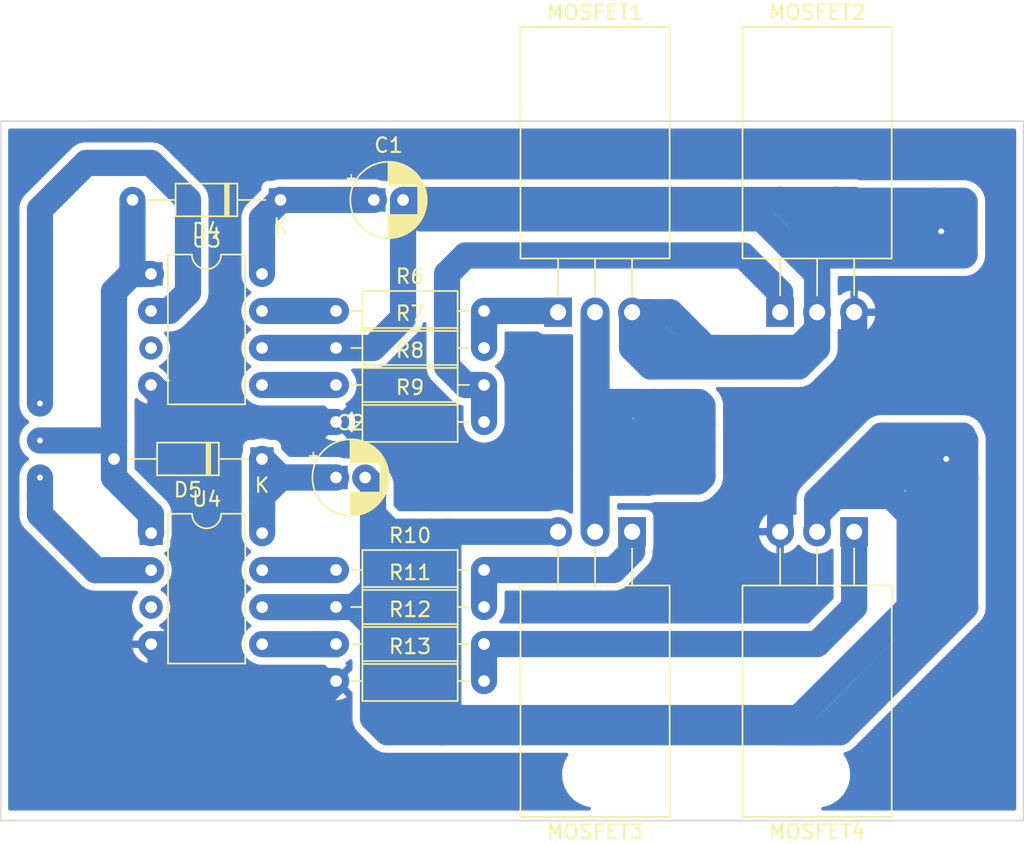
<source format=kicad_pcb>
(kicad_pcb (version 20211014) (generator pcbnew)
  (layers (0 "F.Cu" signal) (31 "B.Cu" signal) (34 "B.Paste" user) (35 "F.Paste" user) (36 "B.SilkS" user "B.Silkscreen") (37 "F.SilkS" user "F.Silkscreen") (38 "B.Mask" user) (39 "F.Mask" user) (44 "Edge.Cuts" user))
  (net 0 "")
  (net 1 "Net-(C1-Pad1)")
  (net 2 "M+")
  (net 3 "Net-(C2-Pad1)")
  (net 4 "M-")
  (net 6 "PWM1out")
  (net 8 "PWM2out")
  (net 9 "+12V")
  (net 10 "+24V")
  (net 11 "GND1")
  (net 12 "Net-(R6-Pad1)")
  (net 13 "Net-(MOSFET1-Pad1)")
  (net 14 "Net-(R8-Pad1)")
  (net 15 "Net-(MOSFET2-Pad1)")
  (net 16 "Net-(R10-Pad1)")
  (net 17 "Net-(MOSFET3-Pad1)")
  (net 18 "Net-(R12-Pad1)")
  (net 19 "Net-(MOSFET4-Pad1)")
  (footprint "Resistor_THT:R_Axial_DIN0207_L6.3mm_D2.5mm_P10.16mm_Horizontal" (layer "F.Cu") (at 137.5664 118.4402)
    (fp_text reference "R13" (at 5.08 -2.37) (layer "F.SilkS"))
    (fp_text value "10K")
    (pad "1" thru_hole circle (at 0 0) (size 1.6 1.6) (drill 0.8) (layers *.Cu *.Mask) (net 11 "GND1"))
    (pad "2" thru_hole oval (at 10.16 0) (size 1.6 1.6) (drill 0.8) (layers *.Cu *.Mask) (net 19 "Net-(MOSFET4-Pad1)"))
  )
  (footprint "Resistor_THT:R_Axial_DIN0207_L6.3mm_D2.5mm_P10.16mm_Horizontal" (layer "F.Cu") (at 137.5664 113.3602)
    (fp_text reference "R11" (at 5.08 -2.37) (layer "F.SilkS"))
    (fp_text value "10K")
    (pad "1" thru_hole circle (at 0 0) (size 1.6 1.6) (drill 0.8) (layers *.Cu *.Mask) (net 4 "M-"))
    (pad "2" thru_hole oval (at 10.16 0) (size 1.6 1.6) (drill 0.8) (layers *.Cu *.Mask) (net 17 "Net-(MOSFET3-Pad1)"))
  )
  (footprint "Diode_THT:D_DO-35_SOD27_P10.16mm_Horizontal" (layer "F.Cu") (at 133.7564 85.4202 180)
    (fp_text reference "D4" (at 5.08 -2.12) (layer "F.SilkS"))
    (fp_text value "1N4148")
    (fp_text user "K" (at 0 -1.8) (layer "F.SilkS"))
    (pad "1" thru_hole rect (at 0 0 180) (size 1.6 1.6) (drill 0.8) (layers *.Cu *.Mask) (net 1 "Net-(C1-Pad1)"))
    (pad "2" thru_hole oval (at 10.16 0 180) (size 1.6 1.6) (drill 0.8) (layers *.Cu *.Mask) (net 9 "+12V"))
  )
  (footprint "Resistor_THT:R_Axial_DIN0207_L6.3mm_D2.5mm_P10.16mm_Horizontal" (layer "F.Cu") (at 137.5664 93.0402)
    (fp_text reference "R6" (at 5.08 -2.37) (layer "F.SilkS"))
    (fp_text value "Qg5.25")
    (pad "1" thru_hole circle (at 0 0) (size 1.6 1.6) (drill 0.8) (layers *.Cu *.Mask) (net 12 "Net-(R6-Pad1)"))
    (pad "2" thru_hole oval (at 10.16 0) (size 1.6 1.6) (drill 0.8) (layers *.Cu *.Mask) (net 13 "Net-(MOSFET1-Pad1)"))
  )
  (footprint "Package_TO_SOT_THT:TO-220-3_Horizontal_TabDown" (layer "F.Cu") (at 173.1264 108.1942 180)
    (fp_text reference "MOSFET4" (at 2.54 -20.58) (layer "F.SilkS"))
    (fp_text value "TK65A10N1")
    (pad "" np_thru_hole oval (at 2.54 -16.66 180) (size 3.5 3.5) (drill 3.5) (layers *.Cu *.Mask))
    (pad "1" thru_hole rect (at 0 0 180) (size 1.905 2) (drill 1.1) (layers *.Cu *.Mask) (net 19 "Net-(MOSFET4-Pad1)"))
    (pad "2" thru_hole oval (at 2.54 0 180) (size 1.905 2) (drill 1.1) (layers *.Cu *.Mask) (net 4 "M-"))
    (pad "3" thru_hole oval (at 5.08 0 180) (size 1.905 2) (drill 1.1) (layers *.Cu *.Mask) (net 11 "GND1"))
  )
  (footprint "Resistor_THT:R_Axial_DIN0207_L6.3mm_D2.5mm_P10.16mm_Horizontal" (layer "F.Cu") (at 137.5664 115.9002)
    (fp_text reference "R12" (at 5.08 -2.37) (layer "F.SilkS"))
    (fp_text value "Qg")
    (pad "1" thru_hole circle (at 0 0) (size 1.6 1.6) (drill 0.8) (layers *.Cu *.Mask) (net 18 "Net-(R12-Pad1)"))
    (pad "2" thru_hole oval (at 10.16 0) (size 1.6 1.6) (drill 0.8) (layers *.Cu *.Mask) (net 19 "Net-(MOSFET4-Pad1)"))
  )
  (footprint "Package_TO_SOT_THT:TO-220-3_Horizontal_TabDown" (layer "F.Cu") (at 168.0464 93.1262)
    (fp_text reference "MOSFET2" (at 2.54 -20.58) (layer "F.SilkS"))
    (fp_text value "TK65A10N1")
    (pad "" np_thru_hole oval (at 2.54 -16.66) (size 3.5 3.5) (drill 3.5) (layers *.Cu *.Mask))
    (pad "1" thru_hole rect (at 0 0) (size 1.905 2) (drill 1.1) (layers *.Cu *.Mask) (net 15 "Net-(MOSFET2-Pad1)"))
    (pad "2" thru_hole oval (at 2.54 0) (size 1.905 2) (drill 1.1) (layers *.Cu *.Mask) (net 2 "M+"))
    (pad "3" thru_hole oval (at 5.08 0) (size 1.905 2) (drill 1.1) (layers *.Cu *.Mask) (net 11 "GND1"))
  )
  (footprint "Capacitor_THT:CP_Radial_D5.0mm_P2.00mm" (layer "F.Cu") (at 137.5664 104.4702)
    (fp_text reference "C2" (at 1 -3.75) (layer "F.SilkS"))
    (fp_text value "10μ")
    (pad "1" thru_hole rect (at 0 0) (size 1.6 1.6) (drill 0.8) (layers *.Cu *.Mask) (net 3 "Net-(C2-Pad1)"))
    (pad "2" thru_hole circle (at 2 0) (size 1.6 1.6) (drill 0.8) (layers *.Cu *.Mask) (net 4 "M-"))
  )
  (footprint "Package_TO_SOT_THT:TO-220-3_Horizontal_TabDown" (layer "F.Cu") (at 157.8864 108.1942 180)
    (fp_text reference "MOSFET3" (at 2.54 -20.58) (layer "F.SilkS"))
    (fp_text value "TK65A10N1")
    (pad "" np_thru_hole oval (at 2.54 -16.66 180) (size 3.5 3.5) (drill 3.5) (layers *.Cu *.Mask))
    (pad "1" thru_hole rect (at 0 0 180) (size 1.905 2) (drill 1.1) (layers *.Cu *.Mask) (net 17 "Net-(MOSFET3-Pad1)"))
    (pad "2" thru_hole oval (at 2.54 0 180) (size 1.905 2) (drill 1.1) (layers *.Cu *.Mask) (net 10 "+24V"))
    (pad "3" thru_hole oval (at 5.08 0 180) (size 1.905 2) (drill 1.1) (layers *.Cu *.Mask) (net 4 "M-"))
  )
  (footprint "Package_DIP:DIP-8_W7.62mm" (layer "F.Cu") (at 124.8764 108.2902)
    (fp_text reference "U4" (at 3.81 -2.33) (layer "F.SilkS"))
    (fp_text value "IR2302")
    (pad "1" thru_hole rect (at 0 0) (size 1.6 1.6) (drill 0.8) (layers *.Cu *.Mask) (net 9 "+12V"))
    (pad "2" thru_hole oval (at 0 2.54) (size 1.6 1.6) (drill 0.8) (layers *.Cu *.Mask) (net 8 "PWM2out"))
    (pad "3" thru_hole oval (at 0 5.08) (size 1.6 1.6) (drill 0.8) (layers *.Cu *.Mask))
    (pad "4" thru_hole oval (at 0 7.62) (size 1.6 1.6) (drill 0.8) (layers *.Cu *.Mask) (net 11 "GND1"))
    (pad "5" thru_hole oval (at 7.62 7.62) (size 1.6 1.6) (drill 0.8) (layers *.Cu *.Mask) (net 18 "Net-(R12-Pad1)"))
    (pad "6" thru_hole oval (at 7.62 5.08) (size 1.6 1.6) (drill 0.8) (layers *.Cu *.Mask) (net 4 "M-"))
    (pad "7" thru_hole oval (at 7.62 2.54) (size 1.6 1.6) (drill 0.8) (layers *.Cu *.Mask) (net 16 "Net-(R10-Pad1)"))
    (pad "8" thru_hole oval (at 7.62 0) (size 1.6 1.6) (drill 0.8) (layers *.Cu *.Mask) (net 3 "Net-(C2-Pad1)"))
  )
  (footprint "Package_TO_SOT_THT:TO-220-3_Horizontal_TabDown" (layer "F.Cu") (at 152.8064 93.1262)
    (fp_text reference "MOSFET1" (at 2.54 -20.58) (layer "F.SilkS"))
    (fp_text value "TK65A10N1")
    (pad "" np_thru_hole oval (at 2.54 -16.66) (size 3.5 3.5) (drill 3.5) (layers *.Cu *.Mask))
    (pad "1" thru_hole rect (at 0 0) (size 1.905 2) (drill 1.1) (layers *.Cu *.Mask) (net 13 "Net-(MOSFET1-Pad1)"))
    (pad "2" thru_hole oval (at 2.54 0) (size 1.905 2) (drill 1.1) (layers *.Cu *.Mask) (net 10 "+24V"))
    (pad "3" thru_hole oval (at 5.08 0) (size 1.905 2) (drill 1.1) (layers *.Cu *.Mask) (net 2 "M+"))
  )
  (footprint "Package_DIP:DIP-8_W7.62mm" (layer "F.Cu") (at 124.8664 90.5002)
    (fp_text reference "U3" (at 3.81 -2.33) (layer "F.SilkS"))
    (fp_text value "IR2302")
    (pad "1" thru_hole rect (at 0 0) (size 1.6 1.6) (drill 0.8) (layers *.Cu *.Mask) (net 9 "+12V"))
    (pad "2" thru_hole oval (at 0 2.54) (size 1.6 1.6) (drill 0.8) (layers *.Cu *.Mask) (net 6 "PWM1out"))
    (pad "3" thru_hole oval (at 0 5.08) (size 1.6 1.6) (drill 0.8) (layers *.Cu *.Mask))
    (pad "4" thru_hole oval (at 0 7.62) (size 1.6 1.6) (drill 0.8) (layers *.Cu *.Mask) (net 11 "GND1"))
    (pad "5" thru_hole oval (at 7.62 7.62) (size 1.6 1.6) (drill 0.8) (layers *.Cu *.Mask) (net 14 "Net-(R8-Pad1)"))
    (pad "6" thru_hole oval (at 7.62 5.08) (size 1.6 1.6) (drill 0.8) (layers *.Cu *.Mask) (net 2 "M+"))
    (pad "7" thru_hole oval (at 7.62 2.54) (size 1.6 1.6) (drill 0.8) (layers *.Cu *.Mask) (net 12 "Net-(R6-Pad1)"))
    (pad "8" thru_hole oval (at 7.62 0) (size 1.6 1.6) (drill 0.8) (layers *.Cu *.Mask) (net 1 "Net-(C1-Pad1)"))
  )
  (footprint "Resistor_THT:R_Axial_DIN0207_L6.3mm_D2.5mm_P10.16mm_Horizontal" (layer "F.Cu") (at 137.5664 110.8202)
    (fp_text reference "R10" (at 5.08 -2.37) (layer "F.SilkS"))
    (fp_text value "Qg 5.25")
    (pad "1" thru_hole circle (at 0 0) (size 1.6 1.6) (drill 0.8) (layers *.Cu *.Mask) (net 16 "Net-(R10-Pad1)"))
    (pad "2" thru_hole oval (at 10.16 0) (size 1.6 1.6) (drill 0.8) (layers *.Cu *.Mask) (net 17 "Net-(MOSFET3-Pad1)"))
  )
  (footprint "Capacitor_THT:CP_Radial_D5.0mm_P2.00mm" (layer "F.Cu") (at 140.167288 85.4202)
    (fp_text reference "C1" (at 1 -3.75) (layer "F.SilkS"))
    (fp_text value "10μ")
    (pad "1" thru_hole rect (at 0 0) (size 1.6 1.6) (drill 0.8) (layers *.Cu *.Mask) (net 1 "Net-(C1-Pad1)"))
    (pad "2" thru_hole circle (at 2 0) (size 1.6 1.6) (drill 0.8) (layers *.Cu *.Mask) (net 2 "M+"))
  )
  (footprint "Resistor_THT:R_Axial_DIN0207_L6.3mm_D2.5mm_P10.16mm_Horizontal" (layer "F.Cu") (at 137.5664 98.1202)
    (fp_text reference "R8" (at 5.08 -2.37) (layer "F.SilkS"))
    (fp_text value "Qg")
    (pad "1" thru_hole circle (at 0 0) (size 1.6 1.6) (drill 0.8) (layers *.Cu *.Mask) (net 14 "Net-(R8-Pad1)"))
    (pad "2" thru_hole oval (at 10.16 0) (size 1.6 1.6) (drill 0.8) (layers *.Cu *.Mask) (net 15 "Net-(MOSFET2-Pad1)"))
  )
  (footprint "Resistor_THT:R_Axial_DIN0207_L6.3mm_D2.5mm_P10.16mm_Horizontal" (layer "F.Cu") (at 137.5664 100.6602)
    (fp_text reference "R9" (at 5.08 -2.37) (layer "F.SilkS"))
    (fp_text value "10K")
    (pad "1" thru_hole circle (at 0 0) (size 1.6 1.6) (drill 0.8) (layers *.Cu *.Mask) (net 11 "GND1"))
    (pad "2" thru_hole oval (at 10.16 0) (size 1.6 1.6) (drill 0.8) (layers *.Cu *.Mask) (net 15 "Net-(MOSFET2-Pad1)"))
  )
  (footprint "Diode_THT:D_DO-35_SOD27_P10.16mm_Horizontal" (layer "F.Cu") (at 132.4864 103.2002 180)
    (fp_text reference "D5" (at 5.08 -2.12) (layer "F.SilkS"))
    (fp_text value "1N4148")
    (fp_text user "K" (at 0 -1.8) (layer "F.SilkS"))
    (pad "1" thru_hole rect (at 0 0 180) (size 1.6 1.6) (drill 0.8) (layers *.Cu *.Mask) (net 3 "Net-(C2-Pad1)"))
    (pad "2" thru_hole oval (at 10.16 0 180) (size 1.6 1.6) (drill 0.8) (layers *.Cu *.Mask) (net 9 "+12V"))
  )
  (footprint "Resistor_THT:R_Axial_DIN0207_L6.3mm_D2.5mm_P10.16mm_Horizontal" (layer "F.Cu") (at 137.5664 95.5802)
    (fp_text reference "R7" (at 5.08 -2.37) (layer "F.SilkS"))
    (fp_text value "10K")
    (pad "1" thru_hole circle (at 0 0) (size 1.6 1.6) (drill 0.8) (layers *.Cu *.Mask) (net 2 "M+"))
    (pad "2" thru_hole oval (at 10.16 0) (size 1.6 1.6) (drill 0.8) (layers *.Cu *.Mask) (net 13 "Net-(MOSFET1-Pad1)"))
  )
  (gr_rect (start 114.554 80.01) (end 184.7596 128.016) (layer "Edge.Cuts") (width 0.1) (fill none))
  (segment (start 140.167288 85.4202) (end 133.7564 85.4202) (width 1.8) (layer "B.Cu") (net 1))
  (segment (start 132.4864 86.6902) (end 132.4864 90.5002) (width 1.8) (layer "B.Cu") (net 1))
  (segment (start 133.7564 85.4202) (end 132.4864 86.6902) (width 1.8) (layer "B.Cu") (net 1))
  (via (at 179.1004 87.5742) (size 0.8) (drill 0.4) (layers "F.Cu" "B.Cu") (net 2))
  (segment (start 172.4914 87.3252) (end 169.9514 87.3252) (width 1.8) (layer "B.Cu") (net 2))
  (segment (start 158.9884 94.1422) (end 160.4264 95.5802) (width 1.8) (layer "B.Cu") (net 2))
  (segment (start 170.5864 89.2302) (end 170.5864 91.7702) (width 1.8) (layer "B.Cu") (net 2))
  (segment (start 173.0664 85.4802) (end 172.4914 86.0552) (width 1.8) (layer "B.Cu") (net 2))
  (segment (start 169.3164 95.5802) (end 170.5864 94.3102) (width 1.8) (layer "B.Cu") (net 2))
  (segment (start 180.7064 89.1802) (end 180.7064 85.5502) (width 1.8) (layer "B.Cu") (net 2))
  (segment (start 174.3964 88.1302) (end 178.2264 88.1302) (width 1.8) (layer "B.Cu") (net 2))
  (segment (start 168.6814 88.5952) (end 169.3164 89.2302) (width 1.8) (layer "B.Cu") (net 2))
  (segment (start 172.4914 86.0552) (end 172.4914 87.3252) (width 1.8) (layer "B.Cu") (net 2))
  (segment (start 174.3964 86.6902) (end 173.1264 85.4202) (width 1.8) (layer "B.Cu") (net 2))
  (segment (start 169.9514 87.3252) (end 170.5864 87.9602) (width 1.8) (layer "B.Cu") (net 2))
  (segment (start 166.7764 86.6902) (end 168.6814 88.5952) (width 1.8) (layer "B.Cu") (net 2))
  (segment (start 143.437288 86.6902) (end 166.7764 86.6902) (width 1.8) (layer "B.Cu") (net 2))
  (segment (start 160.4264 95.5802) (end 161.9504 95.5802) (width 1.8) (layer "B.Cu") (net 2))
  (segment (start 172.4914 88.5952) (end 168.6814 88.5952) (width 1.8) (layer "B.Cu") (net 2))
  (segment (start 157.8864 93.1262) (end 158.9884 93.1262) (width 1.8) (layer "B.Cu") (net 2))
  (segment (start 162.9664 95.5802) (end 169.3164 95.5802) (width 1.8) (layer "B.Cu") (net 2))
  (segment (start 173.1264 89.2302) (end 174.3964 89.2302) (width 1.8) (layer "B.Cu") (net 2))
  (segment (start 159.1564 96.8502) (end 157.8864 95.5802) (width 1.8) (layer "B.Cu") (net 2))
  (segment (start 178.6264 85.4802) (end 173.0664 85.4802) (width 1.8) (layer "B.Cu") (net 2))
  (segment (start 174.3964 86.6902) (end 178.2164 86.6902) (width 1.8) (layer "B.Cu") (net 2))
  (segment (start 142.167288 85.4202) (end 168.0464 85.4202) (width 1.8) (layer "B.Cu") (net 2))
  (segment (start 170.5864 95.5802) (end 169.3164 96.8502) (width 1.8) (layer "B.Cu") (net 2))
  (segment (start 170.5864 87.9602) (end 170.5864 89.2302) (width 1.8) (layer "B.Cu") (net 2))
  (segment (start 169.9514 87.3252) (end 171.8564 85.4202) (width 1.8) (layer "B.Cu") (net 2))
  (segment (start 158.9884 93.1262) (end 158.9884 94.1422) (width 1.8) (layer "B.Cu") (net 2))
  (segment (start 171.8564 87.9602) (end 173.1264 87.9602) (width 1.8) (layer "B.Cu") (net 2))
  (segment (start 140.1064 95.5802) (end 142.167288 93.519312) (width 1.8) (layer "B.Cu") (net 2))
  (segment (start 174.3964 89.2302) (end 180.6564 89.2302) (width 1.8) (layer "B.Cu") (net 2))
  (segment (start 171.8564 85.4202) (end 172.4914 86.0552) (width 1.8) (layer "B.Cu") (net 2))
  (segment (start 173.1264 85.4202) (end 171.8564 85.4202) (width 1.8) (layer "B.Cu") (net 2))
  (segment (start 178.9414 87.4152) (end 179.1004 87.5742) (width 1.8) (layer "B.Cu") (net 2))
  (segment (start 137.5664 95.5802) (end 132.4864 95.5802) (width 1.8) (layer "B.Cu") (net 2))
  (segment (start 170.5864 91.7702) (end 170.5864 93.1262) (width 1.8) (layer "B.Cu") (net 2))
  (segment (start 174.3964 86.6902) (end 173.7614 87.3252) (width 1.8) (layer "B.Cu") (net 2))
  (segment (start 170.5864 90.5002) (end 170.5864 91.7702) (width 1.8) (layer "B.Cu") (net 2))
  (segment (start 170.5864 89.2302) (end 171.8564 89.2302) (width 1.8) (layer "B.Cu") (net 2))
  (segment (start 158.9884 93.1262) (end 160.5124 93.1262) (width 1.8) (layer "B.Cu") (net 2))
  (segment (start 174.3964 88.1302) (end 174.3964 86.6902) (width 1.8) (layer "B.Cu") (net 2))
  (segment (start 169.3164 89.2302) (end 171.8564 89.2302) (width 1.8) (layer "B.Cu") (net 2))
  (segment (start 137.5664 95.5802) (end 140.1064 95.5802) (width 1.8) (layer "B.Cu") (net 2))
  (segment (start 160.5124 93.1262) (end 162.4584 95.0722) (width 1.8) (layer "B.Cu") (net 2))
  (segment (start 162.4584 95.0722) (end 162.9664 95.5802) (width 1.8) (layer "B.Cu") (net 2))
  (segment (start 178.2264 88.1302) (end 178.9414 87.4152) (width 1.8) (layer "B.Cu") (net 2))
  (segment (start 142.167288 85.4202) (end 143.437288 86.6902) (width 1.8) (layer "B.Cu") (net 2))
  (segment (start 168.6814 88.5952) (end 169.9514 87.3252) (width 1.8) (layer "B.Cu") (net 2))
  (segment (start 180.6364 85.4802) (end 178.6264 85.4802) (width 1.8) (layer "B.Cu") (net 2))
  (segment (start 157.8864 95.5802) (end 157.8864 93.1262) (width 1.8) (layer "B.Cu") (net 2))
  (segment (start 178.9414 85.7952) (end 178.6264 85.4802) (width 1.8) (layer "B.Cu") (net 2))
  (segment (start 142.167288 93.519312) (end 142.167288 85.4202) (width 1.8) (layer "B.Cu") (net 2))
  (segment (start 157.8864 95.5802) (end 160.4264 95.5802) (width 1.8) (layer "B.Cu") (net 2))
  (segment (start 171.8564 85.4202) (end 168.0464 85.4202) (width 1.8) (layer "B.Cu") (net 2))
  (segment (start 178.2164 86.6902) (end 178.9414 87.4152) (width 1.8) (layer "B.Cu") (net 2))
  (segment (start 169.3164 89.2302) (end 170.5864 90.5002) (width 1.8) (layer "B.Cu") (net 2))
  (segment (start 173.1264 89.2302) (end 171.8564 89.2302) (width 1.8) (layer "B.Cu") (net 2))
  (segment (start 179.1004 87.5742) (end 180.7064 89.1802) (width 1.8) (layer "B.Cu") (net 2))
  (segment (start 173.7614 87.3252) (end 172.4914 87.3252) (width 1.8) (layer "B.Cu") (net 2))
  (segment (start 178.9414 87.4152) (end 178.9414 85.7952) (width 1.8) (layer "B.Cu") (net 2))
  (segment (start 170.5864 93.1262) (end 170.5864 95.5802) (width 1.8) (layer "B.Cu") (net 2))
  (segment (start 161.9504 95.5802) (end 162.4584 95.0722) (width 1.8) (layer "B.Cu") (net 2))
  (segment (start 168.0464 85.4202) (end 169.9514 87.3252) (width 1.8) (layer "B.Cu") (net 2))
  (segment (start 171.8564 87.9602) (end 173.1264 89.2302) (width 1.8) (layer "B.Cu") (net 2))
  (segment (start 174.3964 89.2302) (end 174.3964 88.1302) (width 1.8) (layer "B.Cu") (net 2))
  (segment (start 180.6564 89.2302) (end 180.7064 89.1802) (width 1.8) (layer "B.Cu") (net 2))
  (segment (start 169.3164 96.8502) (end 159.1564 96.8502) (width 1.8) (layer "B.Cu") (net 2))
  (segment (start 180.7064 85.5502) (end 180.6364 85.4802) (width 1.8) (layer "B.Cu") (net 2))
  (segment (start 137.5664 104.4702) (end 133.7764 104.4702) (width 1.8) (layer "B.Cu") (net 3))
  (segment (start 137.5664 104.4702) (end 133.7564 104.4702) (width 1.8) (layer "B.Cu") (net 3))
  (segment (start 132.4964 103.2102) (end 132.4864 103.2002) (width 1.8) (layer "B.Cu") (net 3))
  (segment (start 132.4964 105.7502) (end 132.4964 103.2102) (width 1.8) (layer "B.Cu") (net 3))
  (segment (start 133.7564 104.4702) (end 132.4864 103.2002) (width 1.8) (layer "B.Cu") (net 3))
  (segment (start 132.4964 108.2902) (end 132.4964 105.7502) (width 1.8) (layer "B.Cu") (net 3))
  (segment (start 133.7764 104.4702) (end 132.4964 105.7502) (width 1.8) (layer "B.Cu") (net 3))
  (via (at 179.451 103.2002) (size 0.8) (drill 0.4) (layers "F.Cu" "B.Cu") (net 4))
  (segment (start 180.594 101.6) (end 180.594 102.616) (width 1.8) (layer "B.Cu") (net 4))
  (segment (start 152.8064 108.1942) (end 145.2724 108.1942) (width 1.8) (layer "B.Cu") (net 4))
  (segment (start 145.2724 120.8942) (end 145.1864 120.9802) (width 1.8) (layer "B.Cu") (net 4))
  (segment (start 144.890399 121.954199) (end 143.2814 120.3452) (width 1.8) (layer "B.Cu") (net 4))
  (segment (start 177.5714 105.1052) (end 178.8414 106.3752) (width 1.8) (layer "B.Cu") (net 4))
  (segment (start 141.3764 117.1702) (end 141.3764 119.7102) (width 1.8) (layer "B.Cu") (net 4))
  (segment (start 177.5714 105.1052) (end 177.5714 115.2652) (width 1.8) (layer "B.Cu") (net 4))
  (segment (start 143.9164 118.4402) (end 143.9164 119.7102) (width 1.8) (layer "B.Cu") (net 4))
  (segment (start 180.7464 113.3602) (end 172.152401 121.954199) (width 1.8) (layer "B.Cu") (net 4))
  (segment (start 175.6664 105.7402) (end 176.9364 107.0102) (width 1.8) (layer "B.Cu") (net 4))
  (segment (start 170.5864 107.0102) (end 171.8564 105.7402) (width 1.8) (layer "B.Cu") (net 4))
  (segment (start 170.5864 106.0196) (end 175.006 101.6) (width 1.8) (layer "B.Cu") (net 4))
  (segment (start 141.2904 108.1942) (end 140.1064 107.0102) (width 1.8) (layer "B.Cu") (net 4))
  (segment (start 132.4964 113.3702) (end 137.5564 113.3702) (width 1.8) (layer "B.Cu") (net 4))
  (segment (start 140.1064 114.6302) (end 143.2814 117.8052) (width 1.8) (layer "B.Cu") (net 4))
  (segment (start 178.8414 106.3752) (end 180.1114 105.1052) (width 1.8) (layer "B.Cu") (net 4))
  (segment (start 173.0502 104.4702) (end 172.72 104.14) (width 1.8) (layer "B.Cu") (net 4))
  (segment (start 142.7324 108.1942) (end 141.2904 108.1942) (width 1.8) (layer "B.Cu") (net 4))
  (segment (start 180.1114 105.1052) (end 180.1114 112.7252) (width 1.8) (layer "B.Cu") (net 4))
  (segment (start 141.080399 121.954199) (end 140.1064 120.9802) (width 1.8) (layer "B.Cu") (net 4))
  (segment (start 140.1064 113.3602) (end 140.1064 112.0902) (width 1.8) (layer "B.Cu") (net 4))
  (segment (start 175.006 101.6) (end 180.594 101.6) (width 1.8) (layer "B.Cu") (net 4))
  (segment (start 140.1064 112.0902) (end 140.1064 107.0102) (width 1.8) (layer "B.Cu") (net 4))
  (segment (start 140.1064 120.9802) (end 140.1064 114.6302) (width 1.8) (layer "B.Cu") (net 4))
  (segment (start 144.0024 108.1942) (end 142.7324 108.1942) (width 1.8) (layer "B.Cu") (net 4))
  (segment (start 180.7464 101.9302) (end 174.9298 101.9302) (width 1.8) (layer "B.Cu") (net 4))
  (segment (start 180.1114 105.1052) (end 180.7464 104.4702) (width 1.8) (layer "B.Cu") (net 4))
  (segment (start 144.890399 121.954199) (end 141.080399 121.954199) (width 1.8) (layer "B.Cu") (net 4))
  (segment (start 171.560399 121.954199) (end 171.2214 121.6152) (width 1.8) (layer "B.Cu") (net 4))
  (segment (start 172.152401 121.954199) (end 168.0464 121.954199) (width 1.8) (layer "B.Cu") (net 4))
  (segment (start 141.3764 119.7102) (end 142.6464 120.9802) (width 1.8) (layer "B.Cu") (net 4))
  (segment (start 176.9364 115.9002) (end 174.3964 118.4402) (width 1.8) (layer "B.Cu") (net 4))
  (segment (start 176.9364 108.2802) (end 178.8414 106.3752) (width 1.8) (layer "B.Cu") (net 4))
  (segment (start 144.0024 108.1942) (end 144.0024 118.3542) (width 1.8) (layer "B.Cu") (net 4))
  (segment (start 178.8414 113.9952) (end 176.9364 115.9002) (width 1.8) (layer "B.Cu") (net 4))
  (segment (start 145.2724 115.8142) (end 140.1064 120.9802) (width 1.8) (layer "B.Cu") (net 4))
  (segment (start 176.9364 108.2802) (end 176.9364 115.9002) (width 1.8) (layer "B.Cu") (net 4))
  (segment (start 178.8414 106.3752) (end 178.8414 113.9952) (width 1.8) (layer "B.Cu") (net 4))
  (segment (start 145.2724 108.1942) (end 145.2724 120.8942) (width 1.8) (layer "B.Cu") (net 4))
  (segment (start 142.7324 117.2562) (end 143.2814 117.8052) (width 1.8) (layer "B.Cu") (net 4))
  (segment (start 145.2724 108.1942) (end 144.0024 108.1942) (width 1.8) (layer "B.Cu") (net 4))
  (segment (start 137.5564 113.3702) (end 137.5664 113.3602) (width 1.8) (layer "B.Cu") (net 4))
  (segment (start 179.451 103.2002) (end 173.6598 103.2002) (width 1.8) (layer "B.Cu") (net 4))
  (segment (start 140.1064 107.0102) (end 140.1064 105.0102) (width 1.8) (layer "B.Cu") (net 4))
  (segment (start 180.7464 104.4702) (end 180.7464 101.9302) (width 1.8) (layer "B.Cu") (net 4))
  (segment (start 173.6598 103.2002) (end 173.228 103.632) (width 1.8) (layer "B.Cu") (net 4))
  (segment (start 142.7324 108.1942) (end 142.7324 117.2562) (width 1.8) (layer "B.Cu") (net 4))
  (segment (start 145.2724 108.1942) (end 145.2724 115.8142) (width 1.8) (layer "B.Cu") (net 4))
  (segment (start 180.7464 113.3602) (end 180.1114 113.9952) (width 1.8) (layer "B.Cu") (net 4))
  (segment (start 141.2904 108.1942) (end 141.2904 117.0842) (width 1.8) (layer "B.Cu") (net 4))
  (segment (start 140.1064 114.6302) (end 140.1064 113.3602) (width 1.8) (layer "B.Cu") (net 4))
  (segment (start 180.1114 112.7252) (end 174.3964 118.4402) (width 1.8) (layer "B.Cu") (net 4))
  (segment (start 140.1064 113.3602) (end 145.1864 118.4402) (width 1.8) (layer "B.Cu") (net 4))
  (segment (start 171.8564 105.7402) (end 175.6664 105.7402) (width 1.8) (layer "B.Cu") (net 4))
  (segment (start 180.7464 101.9302) (end 179.4764 103.2002) (width 1.8) (layer "B.Cu") (net 4))
  (segment (start 138.8364 113.3602) (end 140.1064 112.0902) (width 1.8) (layer "B.Cu") (net 4))
  (segment (start 143.2814 120.3452) (end 143.9164 120.9802) (width 1.8) (layer "B.Cu") (net 4))
  (segment (start 144.0024 118.3542) (end 143.9164 118.4402) (width 1.8) (layer "B.Cu") (net 4))
  (segment (start 170.5864 108.1942) (end 170.5864 107.0102) (width 1.8) (layer "B.Cu") (net 4))
  (segment (start 180.7464 104.4702) (end 180.7464 113.3602) (width 1.8) (layer "B.Cu") (net 4))
  (segment (start 176.9364 107.0102) (end 176.9364 108.2802) (width 1.8) (layer "B.Cu") (net 4))
  (segment (start 138.8364 113.3602) (end 140.1064 114.6302) (width 1.8) (layer "B.Cu") (net 4))
  (segment (start 174.9298 101.9302) (end 171.8564 105.0036) (width 1.8) (layer "B.Cu") (net 4))
  (segment (start 143.2814 117.8052) (end 143.9164 118.4402) (width 1.8) (layer "B.Cu") (net 4))
  (segment (start 180.594 102.616) (end 178.1048 105.1052) (width 1.8) (layer "B.Cu") (net 4))
  (segment (start 180.7464 104.4702) (end 173.0502 104.4702) (width 1.8) (layer "B.Cu") (net 4))
  (segment (start 170.5864 108.1942) (end 170.5864 106.0196) (width 1.8) (layer "B.Cu") (net 4))
  (segment (start 169.3164 120.9802) (end 176.9364 113.3602) (width 1.8) (layer "B.Cu") (net 4))
  (segment (start 141.2904 117.0842) (end 141.3764 117.1702) (width 1.8) (layer "B.Cu") (net 4))
  (segment (start 143.9164 119.7102) (end 141.3764 117.1702) (width 1.8) (layer "B.Cu") (net 4))
  (segment (start 172.152401 121.954199) (end 171.560399 121.954199) (width 1.8) (layer "B.Cu") (net 4))
  (segment (start 177.5714 105.1052) (end 180.1114 105.1052) (width 1.8) (layer "B.Cu") (net 4))
  (segment (start 143.9164 120.9802) (end 145.1864 120.9802) (width 1.8) (layer "B.Cu") (net 4))
  (segment (start 179.4764 103.2002) (end 179.451 103.2002) (width 1.8) (layer "B.Cu") (net 4))
  (segment (start 180.1114 113.9952) (end 178.8414 113.9952) (width 1.8) (layer "B.Cu") (net 4))
  (segment (start 170.882401 121.954199) (end 144.890399 121.954199) (width 1.8) (layer "B.Cu") (net 4))
  (segment (start 177.5714 115.2652) (end 176.9364 115.9002) (width 1.8) (layer "B.Cu") (net 4))
  (segment (start 145.1864 118.4402) (end 145.1864 120.9802) (width 1.8) (layer "B.Cu") (net 4))
  (segment (start 140.1064 105.0102) (end 139.5664 104.4702) (width 1.8) (layer "B.Cu") (net 4))
  (segment (start 178.1048 105.1052) (end 177.5714 105.1052) (width 1.8) (layer "B.Cu") (net 4))
  (segment (start 171.8564 105.0036) (end 171.8564 105.156) (width 1.8) (layer "B.Cu") (net 4))
  (segment (start 137.5664 113.3602) (end 138.8364 113.3602) (width 1.8) (layer "B.Cu") (net 4))
  (segment (start 174.3964 118.4402) (end 170.882401 121.954199) (width 1.8) (layer "B.Cu") (net 4))
  (segment (start 145.1864 120.9802) (end 169.3164 120.9802) (width 1.8) (layer "B.Cu") (net 4))
  (via (at 117.2464 99.3902) (size 0.8) (drill 0.4) (layers "F.Cu" "B.Cu") (net 6))
  (segment (start 127.4064 85.4202) (end 124.8664 82.8802) (width 1.8) (layer "B.Cu") (net 6))
  (segment (start 126.1364 93.0402) (end 127.4064 91.7702) (width 1.8) (layer "B.Cu") (net 6))
  (segment (start 117.2464 86.059567) (end 117.2464 99.3902) (width 1.8) (layer "B.Cu") (net 6))
  (segment (start 124.8664 82.8802) (end 120.425767 82.8802) (width 1.8) (layer "B.Cu") (net 6))
  (segment (start 120.425767 82.8802) (end 117.2464 86.059567) (width 1.8) (layer "B.Cu") (net 6))
  (segment (start 124.8664 93.0402) (end 126.1364 93.0402) (width 1.8) (layer "B.Cu") (net 6))
  (segment (start 127.4064 91.7702) (end 127.4064 85.4202) (width 1.8) (layer "B.Cu") (net 6))
  (via (at 117.2464 104.4702) (size 0.8) (drill 0.4) (layers "F.Cu" "B.Cu") (net 8))
  (segment (start 121.0564 110.8202) (end 117.2464 107.0102) (width 1.8) (layer "B.Cu") (net 8))
  (segment (start 117.2464 107.0102) (end 117.2464 105.7402) (width 1.8) (layer "B.Cu") (net 8))
  (segment (start 117.2464 105.7402) (end 117.2464 104.4702) (width 1.8) (layer "B.Cu") (net 8))
  (segment (start 124.8764 110.8302) (end 121.0664 110.8302) (width 1.8) (layer "B.Cu") (net 8))
  (segment (start 121.0664 110.8302) (end 121.0564 110.8202) (width 1.8) (layer "B.Cu") (net 8))
  (via (at 117.2464 101.9302) (size 0.8) (drill 0.4) (layers "F.Cu" "B.Cu") (net 9))
  (segment (start 124.8664 107.0102) (end 124.8664 108.2802) (width 1.8) (layer "B.Cu") (net 9))
  (segment (start 124.8664 107.0102) (end 122.3264 104.4702) (width 1.8) (layer "B.Cu") (net 9))
  (segment (start 122.3264 104.4702) (end 122.3264 103.2002) (width 1.8) (layer "B.Cu") (net 9))
  (segment (start 122.3264 91.696697) (end 122.3264 101.9302) (width 1.8) (layer "B.Cu") (net 9))
  (segment (start 123.5964 90.426697) (end 123.522897 90.5002) (width 1.8) (layer "B.Cu") (net 9))
  (segment (start 124.8664 108.2802) (end 124.8764 108.2902) (width 1.8) (layer "B.Cu") (net 9))
  (segment (start 123.5964 85.4202) (end 123.5964 90.426697) (width 1.8) (layer "B.Cu") (net 9))
  (segment (start 122.3264 101.9302) (end 117.2464 101.9302) (width 1.8) (layer "B.Cu") (net 9))
  (segment (start 123.522897 90.5002) (end 122.3264 91.696697) (width 1.8) (layer "B.Cu") (net 9))
  (segment (start 124.8664 90.5002) (end 123.522897 90.5002) (width 1.8) (layer "B.Cu") (net 9))
  (segment (start 122.3264 101.9302) (end 122.3264 103.2002) (width 1.8) (layer "B.Cu") (net 9))
  (segment (start 159.4713 103.2562) (end 161.2291 103.2562) (width 2) (layer "B.Cu") (net 10))
  (segment (start 161.2291 103.2562) (end 162.3669 104.394) (width 2) (layer "B.Cu") (net 10))
  (segment (start 159.4713 100.6856) (end 159.4713 103.2562) (width 2) (layer "B.Cu") (net 10))
  (segment (start 159.6491 102.362) (end 159.4713 102.1842) (width 2) (layer "B.Cu") (net 10))
  (segment (start 155.3464 104.4702) (end 155.3464 108.1942) (width 2) (layer "B.Cu") (net 10))
  (segment (start 156.9313 103.7082) (end 155.9153 104.7242) (width 2) (layer "B.Cu") (net 10))
  (segment (start 157.9118 103.7082) (end 158.7881 102.8319) (width 2) (layer "B.Cu") (net 10))
  (segment (start 155.3464 102.1842) (end 155.3464 104.4702) (width 2) (layer "B.Cu") (net 10))
  (segment (start 162.3669 104.648) (end 162.6209 104.394) (width 2) (layer "B.Cu") (net 10))
  (segment (start 162.6209 104.394) (end 162.6209 102.362) (width 2) (layer "B.Cu") (net 10))
  (segment (start 159.4713 100.6856) (end 162.2145 100.6856) (width 2) (layer "B.Cu") (net 10))
  (segment (start 155.3464 99.3902) (end 155.3464 102.1842) (width 2) (layer "B.Cu") (net 10))
  (segment (start 162.6209 100.838) (end 162.6209 99.568) (width 2) (layer "B.Cu") (net 10))
  (segment (start 156.9313 99.3902) (end 156.9313 103.7082) (width 2) (layer "B.Cu") (net 10))
  (segment (start 155.3464 93.1262) (end 155.3464 99.3902) (width 2) (layer "B.Cu") (net 10))
  (segment (start 162.6209 102.362) (end 162.6209 100.838) (width 2) (layer "B.Cu") (net 10))
  (segment (start 159.4713 103.2562) (end 159.4713 104.2162) (width 2) (layer "B.Cu") (net 10))
  (segment (start 158.9633 104.2162) (end 159.4713 104.2162) (width 2) (layer "B.Cu") (net 10))
  (segment (start 155.3464 102.1842) (end 160.6804 102.1842) (width 2) (layer "B.Cu") (net 10))
  (segment (start 158.9633 104.7242) (end 155.9153 104.7242) (width 2) (layer "B.Cu") (net 10))
  (segment (start 159.2173 99.3902) (end 159.4713 99.3902) (width 2) (layer "B.Cu") (net 10))
  (segment (start 155.6004 104.7242) (end 155.3464 104.4702) (width 2) (layer "B.Cu") (net 10))
  (segment (start 155.3464 104.4702) (end 160.4264 99.3902) (width 2) (layer "B.Cu") (net 10))
  (segment (start 162.4685 100.6856) (end 162.6209 100.838) (width 2) (layer "B.Cu") (net 10))
  (segment (start 162.6209 99.568) (end 162.4431 99.3902) (width 2) (layer "B.Cu") (net 10))
  (segment (start 158.9633 104.7242) (end 159.0395 104.648) (width 2) (layer "B.Cu") (net 10))
  (segment (start 159.0395 104.648) (end 162.1129 104.648) (width 2) (layer "B.Cu") (net 10))
  (segment (start 158.7881 102.8319) (end 160.1724 104.2162) (width 2) (layer "B.Cu") (net 10))
  (segment (start 155.3464 99.3902) (end 158.7881 102.8319) (width 2) (layer "B.Cu") (net 10))
  (segment (start 162.1891 99.3902) (end 159.4713 99.3902) (width 2) (layer "B.Cu") (net 10))
  (segment (start 159.4713 104.2162) (end 158.9633 104.7242) (width 2) (layer "B.Cu") (net 10))
  (segment (start 156.9313 103.7082) (end 157.9118 103.7082) (width 2) (layer "B.Cu") (net 10))
  (segment (start 155.3464 99.3902) (end 158.1404 99.3902) (width 2) (layer "B.Cu") (net 10))
  (segment (start 162.3669 102.362) (end 159.6491 102.362) (width 2) (layer "B.Cu") (net 10))
  (segment (start 156.9313 99.3902) (end 159.4713 99.3902) (width 2) (layer "B.Cu") (net 10))
  (segment (start 159.4713 99.3902) (end 159.4713 100.6856) (width 2) (layer "B.Cu") (net 10))
  (segment (start 157.1244 104.7242) (end 155.6004 104.7242) (width 2) (layer "B.Cu") (net 10))
  (segment (start 128.6764 119.7102) (end 136.2964 119.7102) (width 1.8) (layer "B.Cu") (net 11))
  (segment (start 173.1264 96.8502) (end 168.0464 101.9302) (width 1.8) (layer "B.Cu") (net 11))
  (segment (start 129.9464 117.1702) (end 131.2164 118.4402) (width 1.8) (layer "B.Cu") (net 11))
  (segment (start 129.9464 100.6602) (end 128.6764 100.6602) (width 1.8) (layer "B.Cu") (net 11))
  (segment (start 128.6764 117.1702) (end 129.9464 118.4402) (width 1.8) (layer "B.Cu") (net 11))
  (segment (start 137.5664 118.4402) (end 129.9464 118.4402) (width 1.8) (layer "B.Cu") (net 11))
  (segment (start 136.2964 119.7102) (end 137.5664 118.4402) (width 1.8) (layer "B.Cu") (net 11))
  (segment (start 173.1264 93.1262) (end 173.1264 96.8502) (width 1.8) (layer "B.Cu") (net 11))
  (segment (start 128.6764 100.6602) (end 128.6764 117.1702) (width 1.8) (layer "B.Cu") (net 11))
  (segment (start 126.1264 115.9102) (end 127.4064 114.6302) (width 1.8) (layer "B.Cu") (net 11))
  (segment (start 137.5664 100.6602) (end 129.9464 100.6602) (width 1.8) (layer "B.Cu") (net 11))
  (segment (start 127.4064 118.4402) (end 128.6764 119.7102) (width 1.8) (layer "B.Cu") (net 11))
  (segment (start 129.9464 118.4402) (end 127.4064 118.4402) (width 1.8) (layer "B.Cu") (net 11))
  (segment (start 124.8764 115.9102) (end 126.1264 115.9102) (width 1.8) (layer "B.Cu") (net 11))
  (segment (start 128.6764 100.6602) (end 127.4064 100.6602) (width 1.8) (layer "B.Cu") (net 11))
  (segment (start 129.9464 115.9002) (end 129.9464 117.1702) (width 1.8) (layer "B.Cu") (net 11))
  (segment (start 168.0464 101.9302) (end 168.0464 108.1942) (width 1.8) (layer "B.Cu") (net 11))
  (segment (start 129.9464 115.9002) (end 129.9464 100.6602) (width 1.8) (layer "B.Cu") (net 11))
  (segment (start 129.9464 118.4402) (end 129.9464 115.9002) (width 1.8) (layer "B.Cu") (net 11))
  (segment (start 127.4064 118.4402) (end 127.4064 114.6302) (width 1.8) (layer "B.Cu") (net 11))
  (segment (start 124.8764 115.9102) (end 127.4064 118.4402) (width 1.8) (layer "B.Cu") (net 11))
  (segment (start 127.4064 114.6302) (end 127.4064 100.6602) (width 1.8) (layer "B.Cu") (net 11))
  (segment (start 127.4064 100.6602) (end 124.8664 98.1202) (width 1.8) (layer "B.Cu") (net 11))
  (segment (start 137.5664 93.0402) (end 132.4864 93.0402) (width 1.8) (layer "B.Cu") (net 12))
  (segment (start 147.7264 95.5802) (end 147.7264 93.0402) (width 1.8) (layer "B.Cu") (net 13))
  (segment (start 147.7264 93.0402) (end 152.7204 93.0402) (width 1.8) (layer "B.Cu") (net 13))
  (segment (start 152.7204 93.0402) (end 152.8064 93.1262) (width 1.8) (layer "B.Cu") (net 13))
  (segment (start 132.4864 98.1202) (end 137.5664 98.1202) (width 1.8) (layer "B.Cu") (net 14))
  (segment (start 147.7264 98.1202) (end 147.7264 100.6602) (width 1.8) (layer "B.Cu") (net 15))
  (segment (start 168.0464 91.7702) (end 168.0464 93.1262) (width 1.8) (layer "B.Cu") (net 15))
  (segment (start 146.4564 89.2302) (end 165.5064 89.2302) (width 1.8) (layer "B.Cu") (net 15))
  (segment (start 165.5064 89.2302) (end 168.0464 91.7702) (width 1.8) (layer "B.Cu") (net 15))
  (segment (start 145.1864 96.8502) (end 145.1864 90.5002) (width 1.8) (layer "B.Cu") (net 15))
  (segment (start 147.7264 98.1202) (end 146.4564 98.1202) (width 1.8) (layer "B.Cu") (net 15))
  (segment (start 146.4564 98.1202) (end 145.1864 96.8502) (width 1.8) (layer "B.Cu") (net 15))
  (segment (start 145.1864 90.5002) (end 146.4564 89.2302) (width 1.8) (layer "B.Cu") (net 15))
  (segment (start 137.5664 110.8202) (end 132.5064 110.8202) (width 1.8) (layer "B.Cu") (net 16))
  (segment (start 132.5064 110.8202) (end 132.4964 110.8302) (width 1.8) (layer "B.Cu") (net 16))
  (segment (start 156.6164 110.8202) (end 157.8864 109.5502) (width 1.8) (layer "B.Cu") (net 17))
  (segment (start 147.7264 110.8202) (end 156.6164 110.8202) (width 1.8) (layer "B.Cu") (net 17))
  (segment (start 147.7264 113.3602) (end 147.7264 110.8202) (width 1.8) (layer "B.Cu") (net 17))
  (segment (start 157.8864 109.5502) (end 157.8864 108.1942) (width 1.8) (layer "B.Cu") (net 17))
  (segment (start 132.4964 115.9102) (end 137.5564 115.9102) (width 1.8) (layer "B.Cu") (net 18))
  (segment (start 137.5564 115.9102) (end 137.5664 115.9002) (width 1.8) (layer "B.Cu") (net 18))
  (segment (start 170.5864 115.9002) (end 173.1264 113.3602) (width 1.8) (layer "B.Cu") (net 19))
  (segment (start 147.7264 115.9002) (end 147.7264 118.4402) (width 1.8) (layer "B.Cu") (net 19))
  (segment (start 147.7264 115.9002) (end 170.5864 115.9002) (width 1.8) (layer "B.Cu") (net 19))
  (segment (start 173.1264 113.3602) (end 173.1264 108.1942) (width 1.8) (layer "B.Cu") (net 19))
  (zone (net 11) (net_name "GND1") (layer "B.Cu") (connect_pads (clearance 0.508)) (min_thickness 0.254) (fill yes (thermal_gap 0.508) (thermal_bridge_width 0.508))
    (polygon (pts (xy 184.5564 127.3302) (xy 114.7064 127.3302) (xy 114.7064 77.8002) (xy 184.5564 77.8002)))
  )
)
</source>
